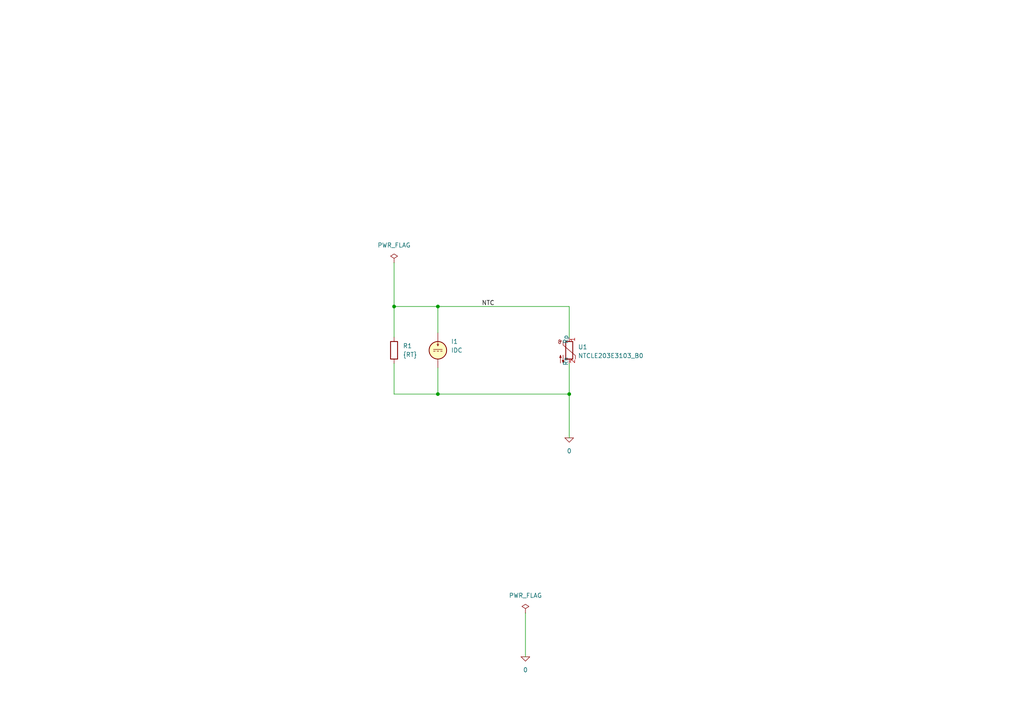
<source format=kicad_sch>
(kicad_sch (version 20211123) (generator eeschema)
  (paper "A4")
  (title_block (title "Modification of probability distributions (Monte Carlo Analysis)") (date "2023-02-18") (rev "1") (company "astroelectronic@") (comment 1 "-") (comment 2 "-") (comment 3 "-") (comment 4 "AE01006103"))
  (lib_symbols
    (symbol "Device:R" (pin_numbers hide) (pin_names (offset 0))
      (property "Reference" "R" (at 2.032 0 90))
      (property "Value" "R" (at 0 0 90))
      (symbol "R_0_1"
        (rectangle (start -1.016 -2.54) (end 1.016 2.54) (stroke (width 0.254)))
      )
      (symbol "R_1_1"
        (pin passive line (at 0 3.81 270) (length 1.27) (name "~") (number "1"))
        (pin passive line (at 0 -3.81 90) (length 1.27) (name "~") (number "2"))
      )
    )
    (symbol "NTCLE203E3103_B0:NTCLE203E3103" (pin_names (offset 0))
      (property "Reference" "TH" (at -4.445 0 90))
      (property "Value" "NTCLE203E3103" (at 3.175 0 90))
      (symbol "NTCLE203E3103_0_1"
        (arc (start -3.048 2.159) (mid -3.0495 2.3143) (end -3.175 2.413))
        (arc (start -3.048 2.159) (mid -2.9736 1.9794) (end -2.794 1.905))
        (arc (start -3.048 2.794) (mid -2.9736 2.6144) (end -2.794 2.54))
        (arc (start -2.794 1.905) (mid -2.6144 1.9794) (end -2.54 2.159))
        (arc (start -2.794 2.54) (mid -2.4393 2.5587) (end -2.159 2.794))
        (arc (start -2.794 3.048) (mid -2.9736 2.9736) (end -3.048 2.794))
        (arc (start -2.54 2.794) (mid -2.6144 2.9736) (end -2.794 3.048))
        (rectangle (start -1.016 2.54) (end 1.016 -2.54) (stroke (width 0.254)))
        (polyline (pts (xy -2.54 2.159) (xy -2.54 2.794)))
        (polyline (pts (xy -1.778 2.54) (xy -1.778 1.524) (xy 1.778 -1.524) (xy 1.778 -2.54)))
        (polyline (pts (xy -2.54 -3.683) (xy -2.54 -1.397) (xy -2.794 -2.159) (xy -2.286 -2.159) (xy -2.54 -1.397) (xy -2.54 -1.651)) (fill (type outline)))
        (polyline (pts (xy -1.778 -1.397) (xy -1.778 -3.683) (xy -2.032 -2.921) (xy -1.524 -2.921) (xy -1.778 -3.683) (xy -1.778 -3.429)) (fill (type outline)))
      )
      (symbol "NTCLE203E3103_1_1"
        (pin passive line (at 0 3.81 270) (length 1.27) (name "Rp") (number "1"))
        (pin passive line (at 0 -3.81 90) (length 1.27) (name "Rn") (number "2"))
      )
    )
    (symbol "Simulation_SPICE:IDC" (pin_numbers hide) (pin_names (offset 0.0254))
      (property "Reference" "I" (at 2.54 2.54 0))
      (property "Value" "IDC" (at 2.54 0 0))
      (property "Spice_Model" "dc(1)" (at 2.54 -2.54 0))
      (symbol "IDC_0_0"
        (polyline (pts (xy -1.27 0.254) (xy 1.27 0.254)))
        (polyline (pts (xy -0.762 -0.254) (xy -1.27 -0.254)))
        (polyline (pts (xy 0.254 -0.254) (xy -0.254 -0.254)))
        (polyline (pts (xy 1.27 -0.254) (xy 0.762 -0.254)))
      )
      (symbol "IDC_0_1"
        (polyline (pts (xy 0 1.27) (xy 0 2.286)))
        (polyline (pts (xy -0.254 1.778) (xy 0 1.27) (xy 0.254 1.778)))
        (circle (center 0 0) (radius 2.54) (stroke (width 0.254)) (fill (type background)))
      )
      (symbol "IDC_1_1"
        (pin passive line (at 0 5.08 270) (length 2.54) (name "~") (number "1"))
        (pin passive line (at 0 -5.08 90) (length 2.54) (name "~") (number "2"))
      )
    )
    (symbol "power:PWR_FLAG" (power) (pin_numbers hide) (pin_names (offset 0) hide)
      (property "Value" "PWR_FLAG" (at 0 3.81 0))
      (symbol "PWR_FLAG_0_0"
        (pin power_out line (at 0 0 90) (length 0) (name "pwr") (number "1"))
      )
      (symbol "PWR_FLAG_0_1"
        (polyline (pts (xy 0 0) (xy 0 1.27) (xy -1.016 1.905) (xy 0 2.54) (xy 1.016 1.905) (xy 0 1.27)))
      )
    )
    (symbol "pspice:0" (power) (pin_names (offset 0))
      (property "Value" "0" (at 0 -1.778 0))
      (symbol "0_0_1"
        (polyline (pts (xy -1.27 0) (xy 0 -1.27) (xy 1.27 0) (xy -1.27 0)))
      )
      (symbol "0_1_1"
        (pin power_in line (at 0 0 0) (length 0) hide (name "0") (number "1"))
      )
    )
  )
  (junction (at 127 114.3))
  (junction (at 127 88.9))
  (junction (at 114.3 88.9))
  (junction (at 165.1 114.3))
  (wire (pts (xy 127 106.68) (xy 127 114.3)))
  (wire (pts (xy 127 114.3) (xy 165.1 114.3)))
  (wire (pts (xy 114.3 114.3) (xy 127 114.3)))
  (wire (pts (xy 114.3 88.9) (xy 127 88.9)))
  (wire (pts (xy 152.4 177.8) (xy 152.4 190.5)))
  (wire (pts (xy 114.3 114.3) (xy 114.3 105.41)))
  (wire (pts (xy 114.3 76.2) (xy 114.3 88.9)))
  (wire (pts (xy 127 88.9) (xy 165.1 88.9)))
  (wire (pts (xy 165.1 97.79) (xy 165.1 88.9)))
  (wire (pts (xy 165.1 105.41) (xy 165.1 114.3)))
  (wire (pts (xy 114.3 97.79) (xy 114.3 88.9)))
  (wire (pts (xy 165.1 114.3) (xy 165.1 127)))
  (wire (pts (xy 127 88.9) (xy 127 96.52)))
  (label "NTC" (at 139.7 88.9 0))
  (symbol (lib_id "power:PWR_FLAG") (at 114.3 76.2 0) (unit 1)
    (property "Reference" "#FLG01" (effects hide))
    (property "Value" "PWR_FLAG" (at 114.3 71.12 0))
  )
  (symbol (lib_id "Simulation_SPICE:IDC") (at 127 101.6 0) (unit 1)
    (property "Reference" "I1" (at 130.81 99.0599 0) (effects (justify left)))
    (property "Value" "IDC" (at 130.81 101.5999 0) (effects (justify left)))
    (property "Spice_Netlist_Enabled" "Y" (effects hide))
    (property "Spice_Primitive" "I" (effects hide))
    (property "Spice_Model" "{ISOURCE}" (at 130.81 104.1399 0) (effects (justify left)))
  )
  (symbol (lib_id "power:PWR_FLAG") (at 152.4 177.8 0) (unit 1)
    (property "Reference" "#FLG02" (effects hide))
    (property "Value" "PWR_FLAG" (at 152.4 172.72 0))
  )
  (symbol (lib_id "pspice:0") (at 165.1 127 0) (unit 1)
    (property "Reference" "#GND02" (effects hide))
    (property "Value" "0" (at 165.1 130.81 0))
  )
  (symbol (lib_id "pspice:0") (at 152.4 190.5 0) (unit 1)
    (property "Reference" "#GND01" (effects hide))
    (property "Value" "0" (at 152.4 194.31 0))
  )
  (symbol (lib_id "NTCLE203E3103_B0:NTCLE203E3103") (at 165.1 101.6 0) (unit 1)
    (property "Reference" "U1" (at 167.64 100.6474 0) (effects (justify left)))
    (property "Value" "NTCLE203E3103_B0" (at 167.64 103.1874 0) (effects (justify left)))
    (property "Spice_Primitive" "X" (effects hide))
    (property "Spice_Model" "NTCLE203E3103_B0" (effects hide))
    (property "Spice_Netlist_Enabled" "Y" (effects hide))
    (property "Spice_Lib_File" "models/NTCLE203E3103.lib" (effects hide))
  )
  (symbol (lib_id "Device:R") (at 114.3 101.6 0) (unit 1)
    (property "Reference" "R1" (at 116.84 100.3299 0) (effects (justify left)))
    (property "Value" "{RT}" (at 116.84 102.8699 0) (effects (justify left)))
  )
)
</source>
